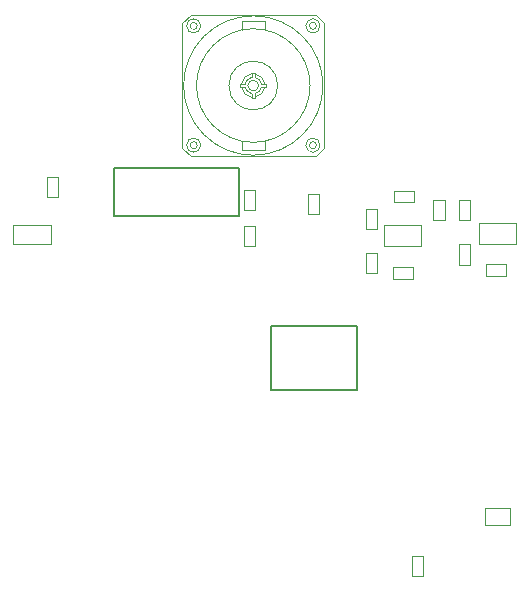
<source format=gbr>
%TF.GenerationSoftware,Altium Limited,Altium Designer,19.0.12 (326)*%
G04 Layer_Color=16711935*
%FSLAX45Y45*%
%MOMM*%
%TF.FileFunction,Other,Mechanical_13*%
%TF.Part,Single*%
G01*
G75*
%TA.AperFunction,NonConductor*%
%ADD51C,0.20000*%
%ADD99C,0.10000*%
D51*
X1310024Y5399124D02*
Y5804124D01*
X2376024D01*
Y5399124D02*
Y5804124D01*
X1310024Y5399124D02*
X2376024D01*
X2644082Y3925282D02*
Y4465282D01*
X3369082D01*
Y3925282D02*
Y4465282D01*
X2644082Y3925282D02*
X3369082D01*
D99*
X3082797Y6500564D02*
G03*
X3082797Y6500564I-589995J0D01*
G01*
X2698815D02*
G03*
X2698815Y6500564I-206012J0D01*
G01*
X2973802D02*
G03*
X2973802Y6500564I-481000J0D01*
G01*
X2047810Y7005564D02*
G03*
X2047810Y7005564I-60000J0D01*
G01*
X3057802Y7005556D02*
G03*
X3057802Y7005556I-60000J0D01*
G01*
X3057794Y5995564D02*
G03*
X3057794Y5995564I-60000J0D01*
G01*
X2047802Y5995572D02*
G03*
X2047802Y5995572I-60000J0D01*
G01*
X2537802Y6500564D02*
G03*
X2537802Y6500564I-45000J0D01*
G01*
X2478130Y6569025D02*
G03*
X2424412Y6515562I14673J-68461D01*
G01*
X2424341Y6485900D02*
G03*
X2477804Y6432182I68461J14673D01*
G01*
X2507475Y6432111D02*
G03*
X2561193Y6485574I-14673J68461D01*
G01*
X2561263Y6515245D02*
G03*
X2507800Y6568963I-68461J-14673D01*
G01*
X2393908Y6485734D02*
G03*
X2477979Y6401669I98894J14830D01*
G01*
X2507633Y6401670D02*
G03*
X2591697Y6485740I-14830J98894D01*
G01*
X2591696Y6515394D02*
G03*
X2507626Y6599459I-98894J-14830D01*
G01*
X2017810Y7005557D02*
G03*
X2017810Y7005557I-30000J0D01*
G01*
X2017809Y5995571D02*
G03*
X2017809Y5995571I-30000J0D01*
G01*
X3027795Y5995571D02*
G03*
X3027795Y5995571I-30000J0D01*
G01*
X3027795Y7005557D02*
G03*
X3027795Y7005557I-30000J0D01*
G01*
X2477972Y6599458D02*
G03*
X2393907Y6515388I14830J-98894D01*
G01*
X2587802Y5955556D02*
Y6030672D01*
X2397579Y5955556D02*
Y6030672D01*
X2587802Y6970472D02*
Y7045572D01*
X2397579Y6970472D02*
Y7045572D01*
Y5955556D02*
X2587802D01*
X2397579Y7045572D02*
X2587802D01*
X1963398Y7100581D02*
X3022207D01*
X1892785Y5971160D02*
Y7029969D01*
X3092787Y5971125D02*
Y7030001D01*
X1963365Y5900580D02*
X3022241D01*
X2507807Y6391584D02*
Y6432183D01*
X2477814Y6391584D02*
X2507807D01*
X2477814D02*
Y6432183D01*
X2561183Y6485576D02*
X2601782D01*
Y6515568D01*
X2561183D02*
X2601782D01*
X2507790Y6568953D02*
Y6609552D01*
X2477798D02*
X2507790D01*
X2477798Y6568953D02*
Y6609552D01*
X2383822Y6515560D02*
X2424421D01*
X2383822Y6485568D02*
Y6515560D01*
Y6485568D02*
X2424421D01*
X1892785Y5971160D02*
X1963365Y5900580D01*
X3022241D02*
X3092787Y5971125D01*
X3022207Y7100581D02*
X3092787Y7030001D01*
X1892785Y7029969D02*
X1963398Y7100581D01*
X3832501Y2515000D02*
X3927502D01*
X3832501Y2345002D02*
X3927502D01*
X3832501D02*
Y2515000D01*
X3927502Y2345002D02*
Y2515000D01*
X4233836Y5534999D02*
X4328837D01*
X4233836Y5365001D02*
X4328837D01*
X4233836D02*
Y5534999D01*
X4328837Y5365001D02*
Y5534999D01*
X747498Y5554999D02*
X842499D01*
X747498Y5725002D02*
X842499D01*
Y5554999D02*
Y5725002D01*
X747498Y5554999D02*
Y5725002D01*
X4017204Y5359413D02*
X4112205D01*
X4017204Y5529411D02*
X4112205D01*
Y5359413D02*
Y5529411D01*
X4017204Y5359413D02*
Y5529411D01*
X2410985Y5313084D02*
X2505981D01*
X2410985Y5143082D02*
X2505981D01*
X2410985D02*
Y5313084D01*
X2505981Y5143082D02*
Y5313084D01*
X2410982Y5443084D02*
Y5613084D01*
X2505982Y5443084D02*
Y5613084D01*
X2410982D02*
X2505982D01*
X2410982Y5443084D02*
X2505982D01*
X3676066Y4865365D02*
Y4960366D01*
X3846068Y4865365D02*
Y4960366D01*
X3676066Y4865365D02*
X3846068D01*
X3676066Y4960366D02*
X3846068D01*
X4452499Y2779998D02*
Y2919997D01*
X4667500Y2779998D02*
Y2919997D01*
X4452499Y2779998D02*
X4667500D01*
X4452499Y2919997D02*
X4667500D01*
X3051812Y5408676D02*
Y5578676D01*
X2956812Y5408676D02*
Y5578676D01*
Y5408676D02*
X3051812D01*
X2956812Y5578676D02*
X3051812D01*
X4233836Y5154999D02*
X4328837D01*
X4233836Y4985002D02*
X4328837D01*
X4233836D02*
Y5154999D01*
X4328837Y4985002D02*
Y5154999D01*
X4632047Y4890758D02*
Y4985759D01*
X4462045Y4890758D02*
Y4985759D01*
X4632047D01*
X4462045Y4890758D02*
X4632047D01*
X3538574Y5282968D02*
Y5452968D01*
X3443574Y5282968D02*
Y5452968D01*
Y5282968D02*
X3538574D01*
X3443574Y5452968D02*
X3538574D01*
X3443576Y5082970D02*
X3538572D01*
X3443576Y4912968D02*
X3538572D01*
X3443576D02*
Y5082970D01*
X3538572Y4912968D02*
Y5082970D01*
X3683598Y5610608D02*
X3853598D01*
X3683598Y5515608D02*
X3853598D01*
Y5610608D01*
X3683598Y5515608D02*
Y5610608D01*
X460000Y5159999D02*
Y5319999D01*
X780000D01*
Y5159999D02*
Y5319999D01*
X460000Y5159999D02*
X780000D01*
X3602224Y5137966D02*
X3912226D01*
X3602224Y5317966D02*
X3912226D01*
Y5137966D02*
Y5317966D01*
X3602224Y5137966D02*
Y5317966D01*
X4405001Y5159998D02*
X4714998D01*
X4405001Y5339998D02*
X4714998D01*
Y5159998D02*
Y5339998D01*
X4405001Y5159998D02*
Y5339998D01*
%TF.MD5,768addc2357d0983fdb4e3601b5b6caf*%
M02*

</source>
